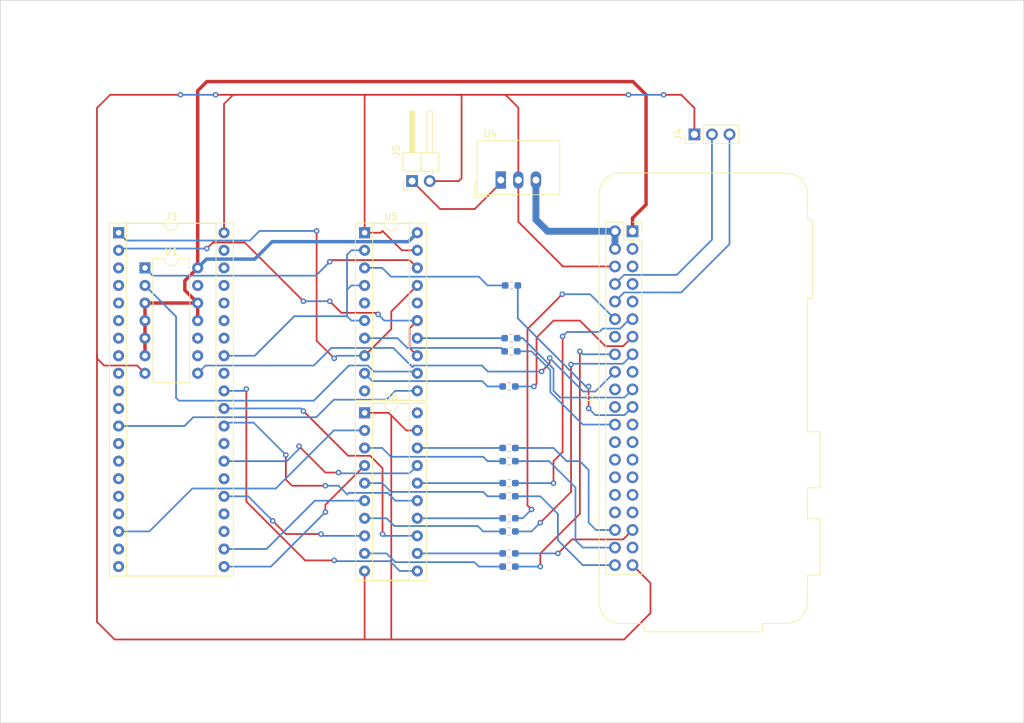
<source format=kicad_pcb>
(kicad_pcb (version 20221018) (generator pcbnew)
  (title_block (title "HD-Speccys") (date "2023-05-15") (rev "1A") (company "RA Sewell"))
  (layers (0 "F.Cu" signal) (31 "B.Cu" signal) (34 "B.Paste" user) (35 "F.Paste" user) (36 "B.SilkS" user "B.Silkscreen") (37 "F.SilkS" user "F.Silkscreen") (38 "B.Mask" user) (39 "F.Mask" user) (44 "Edge.Cuts" user))
  (net 0 "")
  (net 1 "VDDA")
  (net 2 "VDD")
  (net 5 "GND")
  (net 7 "Net-(J1-SD6_(TXD0))")
  (net 8 "Net-(J1-SD7_(RXD0))")
  (net 9 "Net-(J1-SD9)")
  (net 10 "Net-(J1-SD10)")
  (net 11 "Net-(J1-GPIO27)")
  (net 12 "Net-(J1-SD14)")
  (net 13 "Net-(J1-SD15)")
  (net 14 "Net-(J1-SD16_(DREQ))")
  (net 15 "Net-(J1-SD2)")
  (net 16 "Net-(J1-SD1)")
  (net 19 "Net-(J1-SD0)")
  (net 26 "Net-(J1-SD11)")
  (net 27 "Net-(J1-SD8)")
  (net 28 "Net-(J1-SD12)")
  (net 29 "Net-(J1-SD13)")
  (net 30 "Net-(J5-VCC)")
  (net 33 "Net-(U5-1Y2)")
  (net 34 "Net-(U5-2Y0)")
  (net 35 "Net-(U5-2Y2)")
  (net 36 "Net-(U5-2Y3)")
  (net 37 "Net-(U6-1Y0)")
  (net 38 "Net-(U6-1Y1)")
  (net 39 "Net-(U6-1Y2)")
  (net 40 "Net-(U6-1Y3)")
  (net 41 "Net-(U6-2Y0)")
  (net 42 "Net-(U6-2Y1)")
  (net 43 "Net-(U6-2Y2)")
  (net 44 "Net-(U6-2Y3)")
  (net 45 "Net-(U5-1Y0)")
  (net 46 "Net-(U5-1Y3)")
  (net 49 "Net-(J3-{slash}CAS)")
  (net 50 "Net-(J3-{slash}WR)")
  (net 60 "Net-(J3-{slash}INT)")
  (net 66 "Net-(J3-D0)")
  (net 69 "Net-(J3-D1)")
  (net 70 "Net-(J3-D2)")
  (net 73 "Net-(J3-D3)")
  (net 75 "Net-(J3-D4)")
  (net 77 "Net-(J3-D5)")
  (net 78 "Net-(J3-D6)")
  (net 79 "Net-(J3-D7)")
  (net 81 "Net-(J3-{slash}IOREQ)")
  (footprint "Package_DIP:DIP-20_W7.62mm_Socket" (layer "F.Cu") (at 112.9825 114.5575)
    (fp_text reference "U6")
    (fp_text value "74HC244")
  )
  (footprint "Connector_PinHeader_2.54mm:PinHeader_1x02_P2.54mm_Horizontal" (layer "F.Cu") (at 119.855 81.055 90)
    (fp_text reference "J5")
    (fp_text value "POWER 9-20VDC")
  )
  (footprint "Module:Raspberry_Pi_Zero_Socketed_THT_FaceDown_MountingHoles" (layer "F.Cu") (at 151.7175 88.3125)
    (fp_text reference "J1")
    (fp_text value "PI_ZERO_2x20")
  )
  (footprint "Package_DIP:DIP-40_W15.24mm_Socket" (layer "F.Cu") (at 77.4225 88.5225)
    (fp_text reference "J3")
    (fp_text value "ULA_SOCKET_02x20")
  )
  (footprint "Converter_DCDC:Converter_DCDC_TRACO_TSR-1_THT" (layer "F.Cu") (at 132.6675 80.9025)
    (fp_text reference "U4")
    (fp_text value "TSR_1-2450")
  )
  (footprint "Package_DIP:DIP-20_W7.62mm_Socket" (layer "F.Cu") (at 112.9825 88.5225)
    (fp_text reference "U5")
    (fp_text value "74HC244")
  )
  (footprint "Package_DIP:DIP-14_W7.62mm" (layer "F.Cu") (at 81.2325 93.6025)
    (fp_text reference "U1")
    (fp_text value "74LS30")
  )
  (footprint "Connector_PinHeader_2.54mm:PinHeader_1x03_P2.54mm_Vertical" (layer "F.Cu") (at 160.655 74.295 90)
    (fp_text reference "J4")
    (fp_text value "Conn_01x03_Pin")
  )
  (footprint "Resistor_SMD:R_0603_1608Metric_Pad0.98x0.95mm_HandSolder" (layer "B.Cu") (at 133.8575 129.7975 180)
    (fp_text reference "R11" hide)
    (fp_text value "R" hide)
  )
  (footprint "Resistor_SMD:R_0603_1608Metric_Pad0.98x0.95mm_HandSolder" (layer "B.Cu") (at 134.135 103.7625 180)
    (fp_text reference "R4" hide)
    (fp_text value "R" hide)
  )
  (footprint "Resistor_SMD:R_0603_1608Metric_Pad0.98x0.95mm_HandSolder" (layer "B.Cu") (at 133.8575 136.7825 180)
    (fp_text reference "R16" hide)
    (fp_text value "R" hide)
  )
  (footprint "Resistor_SMD:R_0603_1608Metric_Pad0.98x0.95mm_HandSolder" (layer "B.Cu") (at 133.8575 121.5425 180)
    (fp_text reference "R13" hide)
    (fp_text value "R" hide)
  )
  (footprint "Resistor_SMD:R_0603_1608Metric_Pad0.98x0.95mm_HandSolder" (layer "B.Cu") (at 133.8575 124.7175 180)
    (fp_text reference "R10" hide)
    (fp_text value "R" hide)
  )
  (footprint "Resistor_SMD:R_0603_1608Metric_Pad0.98x0.95mm_HandSolder" (layer "B.Cu") (at 133.8575 134.8775 180)
    (fp_text reference "R12" hide)
    (fp_text value "R" hide)
  )
  (footprint "Resistor_SMD:R_0603_1608Metric_Pad0.98x0.95mm_HandSolder" (layer "B.Cu") (at 133.8575 110.7475 180)
    (fp_text reference "R8" hide)
    (fp_text value "R" hide)
  )
  (footprint "Resistor_SMD:R_0603_1608Metric_Pad0.98x0.95mm_HandSolder" (layer "B.Cu") (at 133.8575 119.6375 180)
    (fp_text reference "R9" hide)
    (fp_text value "R" hide)
  )
  (footprint "Resistor_SMD:R_0603_1608Metric_Pad0.98x0.95mm_HandSolder" (layer "B.Cu") (at 134.215 96.1425 180)
    (fp_text reference "R6" hide)
    (fp_text value "R" hide)
  )
  (footprint "Resistor_SMD:R_0603_1608Metric_Pad0.98x0.95mm_HandSolder" (layer "B.Cu") (at 133.8575 126.6225 180)
    (fp_text reference "R14" hide)
    (fp_text value "R" hide)
  )
  (footprint "Resistor_SMD:R_0603_1608Metric_Pad0.98x0.95mm_HandSolder" (layer "B.Cu") (at 133.8575 131.7025 180)
    (fp_text reference "R15" hide)
    (fp_text value "R" hide)
  )
  (footprint "Resistor_SMD:R_0603_1608Metric_Pad0.98x0.95mm_HandSolder" (layer "B.Cu") (at 134.135 105.6675 180)
    (fp_text reference "R7" hide)
    (fp_text value "R" hide)
  )
  (gr_poly (pts (xy 60.325 159.385) (xy 60.325 85.4075) (xy 60.325 54.9275) (xy 135.5725 54.9275) (xy 208.28 54.9275) (xy 208.28 92.71) (xy 208.28 120.015) (xy 208.28 136.525) (xy 208.28 159.385) (xy 155.2575 159.385) (xy 128.5875 159.385)) (stroke (width 0.1)) (fill none) (layer "Edge.Cuts"))
  (segment (start 90.17 66.675) (end 88.8525 67.9925) (width 0.5) (layer "F.Cu") (net 1))
  (segment (start 88.8525 67.9925) (end 88.8525 93.6025) (width 0.5) (layer "F.Cu") (net 1))
  (segment (start 151.765 66.675) (end 90.17 66.675) (width 0.5) (layer "F.Cu") (net 1))
  (segment (start 88.8525 98.6825) (end 88.8525 101.2225) (width 0.5) (layer "F.Cu") (net 1))
  (segment (start 153.67 68.58) (end 151.765 66.675) (width 0.5) (layer "F.Cu") (net 1))
  (segment (start 151.7175 86.4075) (end 153.67 84.455) (width 0.5) (layer "F.Cu") (net 1))
  (segment (start 81.2325 98.6825) (end 88.8525 98.6825) (width 0.5) (layer "F.Cu") (net 1))
  (segment (start 151.7175 88.3125) (end 151.7175 86.4075) (width 0.5) (layer "F.Cu") (net 1))
  (segment (start 153.67 84.455) (end 153.67 68.58) (width 0.5) (layer "F.Cu") (net 1))
  (segment (start 86.995 95.46) (end 88.8525 93.6025) (width 0.5) (layer "F.Cu") (net 1))
  (segment (start 88.8525 98.6825) (end 86.995 96.825) (width 0.5) (layer "F.Cu") (net 1))
  (segment (start 81.2325 106.3025) (end 81.2325 98.6825) (width 0.5) (layer "F.Cu") (net 1))
  (segment (start 86.995 96.825) (end 86.995 95.46) (width 0.5) (layer "F.Cu") (net 1))
  (segment (start 88.8525 93.6025) (end 90.1225 92.3325) (width 0.5) (layer "B.Cu") (net 1))
  (segment (start 97.1075 92.3325) (end 99.6275 89.8125) (width 0.5) (layer "B.Cu") (net 1))
  (segment (start 90.1225 92.3325) (end 97.1075 92.3325) (width 0.5) (layer "B.Cu") (net 1))
  (segment (start 119.3125 89.8125) (end 120.6025 88.5225) (width 0.5) (layer "B.Cu") (net 1))
  (segment (start 99.6275 89.8125) (end 119.3125 89.8125) (width 0.5) (layer "B.Cu") (net 1))
  (segment (start 149.1775 88.3125) (end 139.4425 88.3125) (width 1) (layer "B.Cu") (net 2))
  (segment (start 149.1775 90.8525) (end 149.1775 88.3125) (width 1) (layer "B.Cu") (net 2))
  (segment (start 139.4425 88.3125) (end 137.7475 86.6175) (width 1) (layer "B.Cu") (net 2))
  (segment (start 137.7475 86.6175) (end 137.7475 80.9025) (width 1) (layer "B.Cu") (net 2))
  (segment (start 141.6525 93.3925) (end 149.1775 93.3925) (width 0.25) (layer "F.Cu") (net 5))
  (segment (start 135.2075 80.9025) (end 135.2075 70.4375) (width 0.25) (layer "F.Cu") (net 5))
  (segment (start 76.2 68.58) (end 86.36 68.58) (width 0.25) (layer "F.Cu") (net 5))
  (segment (start 115.57 88.265) (end 115.3125 88.5225) (width 0.25) (layer "F.Cu") (net 5))
  (segment (start 112.9825 114.5575) (end 116.4625 114.5575) (width 0.25) (layer "F.Cu") (net 5))
  (segment (start 81.2325 108.8425) (end 80.1075 107.7175) (width 0.25) (layer "F.Cu") (net 5))
  (segment (start 135.2075 80.9025) (end 135.2075 86.9475) (width 0.25) (layer "F.Cu") (net 5))
  (segment (start 154.305 143.51) (end 154.305 139.16) (width 0.25) (layer "F.Cu") (net 5))
  (segment (start 160.655 70.485) (end 160.655 74.295) (width 0.25) (layer "F.Cu") (net 5))
  (segment (start 118.3675 91.0625) (end 115.57 88.265) (width 0.25) (layer "F.Cu") (net 5))
  (segment (start 75.3325 107.7175) (end 74.295 106.68) (width 0.25) (layer "F.Cu") (net 5))
  (segment (start 122.395 81.055) (end 126.59 81.055) (width 0.25) (layer "F.Cu") (net 5))
  (segment (start 150.495 147.32) (end 154.305 143.51) (width 0.25) (layer "F.Cu") (net 5))
  (segment (start 127 80.645) (end 127 68.58) (width 0.25) (layer "F.Cu") (net 5))
  (segment (start 80.1075 107.7175) (end 75.3325 107.7175) (width 0.25) (layer "F.Cu") (net 5))
  (segment (start 116.84 147.32) (end 150.495 147.32) (width 0.25) (layer "F.Cu") (net 5))
  (segment (start 113.03 147.32) (end 116.84 147.32) (width 0.25) (layer "F.Cu") (net 5))
  (segment (start 93.98 68.58) (end 92.6625 69.8975) (width 0.25) (layer "F.Cu") (net 5))
  (segment (start 112.9825 147.2725) (end 113.03 147.32) (width 0.25) (layer "F.Cu") (net 5))
  (segment (start 135.2075 70.4375) (end 133.35 68.58) (width 0.25) (layer "F.Cu") (net 5))
  (segment (start 94.615 68.58) (end 93.98 68.58) (width 0.25) (layer "F.Cu") (net 5))
  (segment (start 74.295 106.045) (end 74.295 144.78) (width 0.25) (layer "F.Cu") (net 5))
  (segment (start 119.0025 117.0975) (end 120.6025 117.0975) (width 0.25) (layer "F.Cu") (net 5))
  (segment (start 154.305 139.16) (end 151.7175 136.5725) (width 0.25) (layer "F.Cu") (net 5))
  (segment (start 116.84 147.32) (end 116.84 114.935) (width 0.25) (layer "F.Cu") (net 5))
  (segment (start 112.9825 88.5225) (end 112.9825 68.6275) (width 0.25) (layer "F.Cu") (net 5))
  (segment (start 116.84 114.935) (end 119.0025 117.0975) (width 0.25) (layer "F.Cu") (net 5))
  (segment (start 113.03 68.58) (end 94.615 68.58) (width 0.25) (layer "F.Cu") (net 5))
  (segment (start 158.75 68.58) (end 160.655 70.485) (width 0.25) (layer "F.Cu") (net 5))
  (segment (start 74.295 106.045) (end 74.295 70.485) (width 0.25) (layer "F.Cu") (net 5))
  (segment (start 156.21 68.58) (end 158.75 68.58) (width 0.25) (layer "F.Cu") (net 5))
  (segment (start 127 68.58) (end 126.365 68.58) (width 0.25) (layer "F.Cu") (net 5))
  (segment (start 133.35 68.58) (end 126.365 68.58) (width 0.25) (layer "F.Cu") (net 5))
  (segment (start 92.6625 69.8975) (end 92.6625 88.5225) (width 0.25) (layer "F.Cu") (net 5))
  (segment (start 76.835 147.32) (end 113.03 147.32) (width 0.25) (layer "F.Cu") (net 5))
  (segment (start 112.9825 137.4175) (end 112.9825 147.2725) (width 0.25) (layer "F.Cu") (net 5))
  (segment (start 126.59 81.055) (end 127 80.645) (width 0.25) (layer "F.Cu") (net 5))
  (segment (start 74.295 70.485) (end 76.2 68.58) (width 0.25) (layer "F.Cu") (net 5))
  (segment (start 115.3125 88.5225) (end 112.9825 88.5225) (width 0.25) (layer "F.Cu") (net 5))
  (segment (start 135.2075 86.9475) (end 141.6525 93.3925) (width 0.25) (layer "F.Cu") (net 5))
  (segment (start 133.35 68.58) (end 151.13 68.58) (width 0.25) (layer "F.Cu") (net 5))
  (segment (start 112.9825 68.6275) (end 113.03 68.58) (width 0.25) (layer "F.Cu") (net 5))
  (segment (start 120.6025 91.0625) (end 118.3675 91.0625) (width 0.25) (layer "F.Cu") (net 5))
  (segment (start 126.365 68.58) (end 113.03 68.58) (width 0.25) (layer "F.Cu") (net 5))
  (segment (start 74.295 106.68) (end 74.295 106.045) (width 0.25) (layer "F.Cu") (net 5))
  (segment (start 74.295 144.78) (end 76.835 147.32) (width 0.25) (layer "F.Cu") (net 5))
  (segment (start 91.44 68.58) (end 94.615 68.58) (width 0.25) (layer "F.Cu") (net 5))
  (segment (start 116.4625 114.5575) (end 116.84 114.935) (width 0.25) (layer "F.Cu") (net 5))
  (via (at 91.44 68.58) (size 0.8) (drill 0.4) (layers "F.Cu" "B.Cu") (net 5))
  (via (at 86.36 68.58) (size 0.8) (drill 0.4) (layers "F.Cu" "B.Cu") (net 5))
  (via (at 156.21 68.58) (size 0.8) (drill 0.4) (layers "F.Cu" "B.Cu") (net 5))
  (via (at 151.13 68.58) (size 0.8) (drill 0.4) (layers "F.Cu" "B.Cu") (net 5))
  (segment (start 151.13 68.58) (end 156.21 68.58) (width 0.25) (layer "B.Cu") (net 5))
  (segment (start 86.36 68.58) (end 91.44 68.58) (width 0.25) (layer "B.Cu") (net 5))
  (segment (start 163.195 74.295) (end 163.195 89.535) (width 0.25) (layer "B.Cu") (net 7))
  (segment (start 163.195 89.535) (end 158.115 94.615) (width 0.25) (layer "B.Cu") (net 7))
  (segment (start 150.495 94.615) (end 149.1775 95.9325) (width 0.25) (layer "B.Cu") (net 7))
  (segment (start 158.115 94.615) (end 150.495 94.615) (width 0.25) (layer "B.Cu") (net 7))
  (segment (start 165.735 90.17) (end 158.75 97.155) (width 0.25) (layer "B.Cu") (net 8))
  (segment (start 165.735 74.295) (end 165.735 90.17) (width 0.25) (layer "B.Cu") (net 8))
  (segment (start 150.495 97.155) (end 149.1775 98.4725) (width 0.25) (layer "B.Cu") (net 8))
  (segment (start 158.75 97.155) (end 150.495 97.155) (width 0.25) (layer "B.Cu") (net 8))
  (segment (start 141.605 103.505) (end 141.605 120.225) (width 0.25) (layer "F.Cu") (net 9))
  (segment (start 141.605 120.225) (end 140.2875 121.5425) (width 0.25) (layer "F.Cu") (net 9))
  (segment (start 140.2875 121.5425) (end 140.2875 124.7175) (width 0.25) (layer "F.Cu") (net 9))
  (via (at 141.605 103.505) (size 0.8) (drill 0.4) (layers "F.Cu" "B.Cu") (net 9))
  (via (at 140.2875 124.7175) (size 0.8) (drill 0.4) (layers "F.Cu" "B.Cu") (net 9))
  (segment (start 149.9275 102.3775) (end 151.2925 101.0125) (width 0.25) (layer "B.Cu") (net 9))
  (segment (start 151.2925 101.0125) (end 151.7175 101.0125) (width 0.25) (layer "B.Cu") (net 9))
  (segment (start 141.605 103.505) (end 142.24 102.87) (width 0.25) (layer "B.Cu") (net 9))
  (segment (start 147.3875 102.3775) (end 149.9275 102.3775) (width 0.25) (layer "B.Cu") (net 9))
  (segment (start 142.24 102.87) (end 146.895 102.87) (width 0.25) (layer "B.Cu") (net 9))
  (segment (start 146.895 102.87) (end 147.3875 102.3775) (width 0.25) (layer "B.Cu") (net 9))
  (segment (start 134.77 124.7175) (end 140.2875 124.7175) (width 0.25) (layer "B.Cu") (net 9))
  (segment (start 136.525 102.445) (end 141.5575 97.4125) (width 0.25) (layer "F.Cu") (net 10))
  (segment (start 136.525 127.94) (end 136.525 102.445) (width 0.25) (layer "F.Cu") (net 10))
  (segment (start 137.1125 128.5275) (end 136.525 127.94) (width 0.25) (layer "F.Cu") (net 10))
  (via (at 137.1125 128.5275) (size 0.8) (drill 0.4) (layers "F.Cu" "B.Cu") (net 10))
  (via (at 141.5575 97.4125) (size 0.8) (drill 0.4) (layers "F.Cu" "B.Cu") (net 10))
  (segment (start 141.5575 97.4125) (end 145.5775 97.4125) (width 0.25) (layer "B.Cu") (net 10))
  (segment (start 145.5775 97.4125) (end 149.1775 101.0125) (width 0.25) (layer "B.Cu") (net 10))
  (segment (start 135.8425 129.7975) (end 137.1125 128.5275) (width 0.25) (layer "B.Cu") (net 10))
  (segment (start 134.77 129.7975) (end 135.8425 129.7975) (width 0.25) (layer "B.Cu") (net 10))
  (segment (start 144.0975 101.2225) (end 147.7925 104.9175) (width 0.25) (layer "F.Cu") (net 11))
  (segment (start 150.3525 104.9175) (end 151.7175 103.5525) (width 0.25) (layer "F.Cu") (net 11))
  (segment (start 137.4595 110.7475) (end 137.837 110.37) (width 0.25) (layer "F.Cu") (net 11))
  (segment (start 140.2875 101.2225) (end 144.0975 101.2225) (width 0.25) (layer "F.Cu") (net 11))
  (segment (start 137.837 103.673) (end 140.2875 101.2225) (width 0.25) (layer "F.Cu") (net 11))
  (segment (start 137.837 110.37) (end 137.837 103.673) (width 0.25) (layer "F.Cu") (net 11))
  (segment (start 147.7925 104.9175) (end 150.3525 104.9175) (width 0.25) (layer "F.Cu") (net 11))
  (via (at 137.4595 110.7475) (size 0.8) (drill 0.4) (layers "F.Cu" "B.Cu") (net 11))
  (segment (start 137.4595 110.7475) (end 134.77 110.7475) (width 0.25) (layer "B.Cu") (net 11))
  (segment (start 142.8275 107.5725) (end 142.8275 125.9875) (width 0.25) (layer "F.Cu") (net 12))
  (segment (start 142.8275 125.9875) (end 138.3825 130.4325) (width 0.25) (layer "F.Cu") (net 12))
  (via (at 138.3825 130.4325) (size 0.8) (drill 0.4) (layers "F.Cu" "B.Cu") (net 12))
  (via (at 142.8275 107.5725) (size 0.8) (drill 0.4) (layers "F.Cu" "B.Cu") (net 12))
  (segment (start 137.1125 131.7025) (end 138.3825 130.4325) (width 0.25) (layer "B.Cu") (net 12))
  (segment (start 150.3525 107.4575) (end 151.7175 106.0925) (width 0.25) (layer "B.Cu") (net 12))
  (segment (start 142.9425 107.4575) (end 150.3525 107.4575) (width 0.25) (layer "B.Cu") (net 12))
  (segment (start 142.8275 107.5725) (end 142.9425 107.4575) (width 0.25) (layer "B.Cu") (net 12))
  (segment (start 134.77 131.7025) (end 137.1125 131.7025) (width 0.25) (layer "B.Cu") (net 12))
  (segment (start 138.3825 136.7825) (end 138.3825 134.8775) (width 0.25) (layer "F.Cu") (net 13))
  (segment (start 138.3825 134.8775) (end 144.0975 129.1625) (width 0.25) (layer "F.Cu") (net 13))
  (segment (start 144.0975 129.1625) (end 144.0975 105.6675) (width 0.25) (layer "F.Cu") (net 13))
  (via (at 138.3825 136.7825) (size 0.8) (drill 0.4) (layers "F.Cu" "B.Cu") (net 13))
  (via (at 144.0975 105.6675) (size 0.8) (drill 0.4) (layers "F.Cu" "B.Cu") (net 13))
  (segment (start 144.5225 106.0925) (end 149.1775 106.0925) (width 0.25) (layer "B.Cu") (net 13))
  (segment (start 144.0975 105.6675) (end 144.5225 106.0925) (width 0.25) (layer "B.Cu") (net 13))
  (segment (start 134.77 136.7825) (end 138.3825 136.7825) (width 0.25) (layer "B.Cu") (net 13))
  (segment (start 138.5615 108.585) (end 139.742997 107.403503) (width 0.25) (layer "F.Cu") (net 14))
  (segment (start 139.742997 107.403503) (end 139.742997 106.637003) (width 0.25) (layer "F.Cu") (net 14))
  (via (at 139.742997 106.637003) (size 0.8) (drill 0.4) (layers "F.Cu" "B.Cu") (net 14))
  (via (at 138.5615 108.585) (size 0.8) (drill 0.4) (layers "F.Cu" "B.Cu") (net 14))
  (segment (start 117.131509 105.1775) (end 108.1825 105.1775) (width 0.25) (layer "B.Cu") (net 14))
  (segment (start 146.3375 111.4725) (end 149.1775 108.6325) (width 0.25) (layer "B.Cu") (net 14))
  (segment (start 144.578494 111.4725) (end 146.3375 111.4725) (width 0.25) (layer "B.Cu") (net 14))
  (segment (start 105.6425 107.7175) (end 89.9775 107.7175) (width 0.25) (layer "B.Cu") (net 14))
  (segment (start 138.5615 108.585) (end 130.81 108.585) (width 0.25) (layer "B.Cu") (net 14))
  (segment (start 108.1825 105.1775) (end 105.6425 107.7175) (width 0.25) (layer "B.Cu") (net 14))
  (segment (start 139.742997 106.637003) (end 144.578494 111.4725) (width 0.25) (layer "B.Cu") (net 14))
  (segment (start 120.136509 107.7175) (end 119.904009 107.95) (width 0.25) (layer "B.Cu") (net 14))
  (segment (start 129.9425 107.7175) (end 120.136509 107.7175) (width 0.25) (layer "B.Cu") (net 14))
  (segment (start 119.904009 107.95) (end 117.131509 105.1775) (width 0.25) (layer "B.Cu") (net 14))
  (segment (start 130.81 108.585) (end 129.9425 107.7175) (width 0.25) (layer "B.Cu") (net 14))
  (segment (start 89.9775 107.7175) (end 88.8525 108.8425) (width 0.25) (layer "B.Cu") (net 14))
  (segment (start 135.0475 103.7625) (end 135.843896 103.7625) (width 0.25) (layer "B.Cu") (net 15))
  (segment (start 140.2875 108.206104) (end 140.2875 111.3825) (width 0.25) (layer "B.Cu") (net 15))
  (segment (start 141.2525 112.3475) (end 150.5425 112.3475) (width 0.25) (layer "B.Cu") (net 15))
  (segment (start 135.843896 103.7625) (end 140.2875 108.206104) (width 0.25) (layer "B.Cu") (net 15))
  (segment (start 140.2875 111.3825) (end 141.2525 112.3475) (width 0.25) (layer "B.Cu") (net 15))
  (segment (start 150.5425 112.3475) (end 151.7175 111.1725) (width 0.25) (layer "B.Cu") (net 15))
  (segment (start 145.3675 110.7475) (end 145.3675 113.9225) (width 0.25) (layer "F.Cu") (net 16))
  (via (at 145.3675 110.7475) (size 0.8) (drill 0.4) (layers "F.Cu" "B.Cu") (net 16))
  (via (at 145.3675 113.9225) (size 0.8) (drill 0.4) (layers "F.Cu" "B.Cu") (net 16))
  (segment (start 135.1275 96.1425) (end 135.1275 100.897805) (width 0.25) (layer "B.Cu") (net 16))
  (segment (start 144.977195 110.7475) (end 145.3675 110.7475) (width 0.25) (layer "B.Cu") (net 16))
  (segment (start 145.3675 113.9225) (end 146.3325 114.8875) (width 0.25) (layer "B.Cu") (net 16))
  (segment (start 150.5425 114.8875) (end 151.7175 113.7125) (width 0.25) (layer "B.Cu") (net 16))
  (segment (start 135.1275 100.897805) (end 144.977195 110.7475) (width 0.25) (layer "B.Cu") (net 16))
  (segment (start 146.3325 114.8875) (end 150.5425 114.8875) (width 0.25) (layer "B.Cu") (net 16))
  (segment (start 137.1125 105.6675) (end 139.8375 108.3925) (width 0.25) (layer "B.Cu") (net 19))
  (segment (start 135.0475 105.6675) (end 137.1125 105.6675) (width 0.25) (layer "B.Cu") (net 19))
  (segment (start 144.521104 116.2525) (end 149.1775 116.2525) (width 0.25) (layer "B.Cu") (net 19))
  (segment (start 139.8375 108.3925) (end 139.8375 111.568896) (width 0.25) (layer "B.Cu") (net 19))
  (segment (start 139.8375 111.568896) (end 144.521104 116.2525) (width 0.25) (layer "B.Cu") (net 19))
  (segment (start 140.9225 134.8775) (end 142.9425 132.8575) (width 0.25) (layer "F.Cu") (net 26))
  (segment (start 150.3525 132.8575) (end 151.7175 131.4925) (width 0.25) (layer "F.Cu") (net 26))
  (segment (start 142.9425 132.8575) (end 150.3525 132.8575) (width 0.25) (layer "F.Cu") (net 26))
  (via (at 140.9225 134.8775) (size 0.8) (drill 0.4) (layers "F.Cu" "B.Cu") (net 26))
  (segment (start 134.77 134.8775) (end 140.9225 134.8775) (width 0.25) (layer "B.Cu") (net 26))
  (segment (start 142.1925 121.5425) (end 144.0975 121.5425) (width 0.25) (layer "B.Cu") (net 27))
  (segment (start 144.0975 121.5425) (end 145.3675 122.8125) (width 0.25) (layer "B.Cu") (net 27))
  (segment (start 134.77 119.6375) (end 140.2875 119.6375) (width 0.25) (layer "B.Cu") (net 27))
  (segment (start 140.2875 119.6375) (end 142.1925 121.5425) (width 0.25) (layer "B.Cu") (net 27))
  (segment (start 146.4275 131.4925) (end 149.1775 131.4925) (width 0.25) (layer "B.Cu") (net 27))
  (segment (start 145.3675 122.8125) (end 145.3675 130.4325) (width 0.25) (layer "B.Cu") (net 27))
  (segment (start 145.3675 130.4325) (end 146.4275 131.4925) (width 0.25) (layer "B.Cu") (net 27))
  (segment (start 139.6525 121.5425) (end 143.4625 125.3525) (width 0.25) (layer "B.Cu") (net 28))
  (segment (start 143.4625 132.9725) (end 144.5225 134.0325) (width 0.25) (layer "B.Cu") (net 28))
  (segment (start 143.4625 125.3525) (end 143.4625 132.9725) (width 0.25) (layer "B.Cu") (net 28))
  (segment (start 144.5225 134.0325) (end 149.1775 134.0325) (width 0.25) (layer "B.Cu") (net 28))
  (segment (start 134.77 121.5425) (end 139.6525 121.5425) (width 0.25) (layer "B.Cu") (net 28))
  (segment (start 138.3825 126.6225) (end 140.9225 129.1625) (width 0.25) (layer "B.Cu") (net 29))
  (segment (start 140.9225 129.1625) (end 140.9225 132.9725) (width 0.25) (layer "B.Cu") (net 29))
  (segment (start 144.5225 136.5725) (end 149.1775 136.5725) (width 0.25) (layer "B.Cu") (net 29))
  (segment (start 140.9225 132.9725) (end 144.5225 136.5725) (width 0.25) (layer "B.Cu") (net 29))
  (segment (start 134.77 126.6225) (end 138.3825 126.6225) (width 0.25) (layer "B.Cu") (net 29))
  (segment (start 132.6675 81.3275) (end 128.905 85.09) (width 0.25) (layer "F.Cu") (net 30))
  (segment (start 123.89 85.09) (end 119.855 81.055) (width 0.25) (layer "F.Cu") (net 30))
  (segment (start 132.6675 80.9025) (end 132.6675 81.3275) (width 0.25) (layer "F.Cu") (net 30))
  (segment (start 128.905 85.09) (end 123.89 85.09) (width 0.25) (layer "F.Cu") (net 30))
  (segment (start 120.6025 103.7625) (end 133.2225 103.7625) (width 0.25) (layer "B.Cu") (net 33))
  (segment (start 129.4925 94.8725) (end 130.7625 96.1425) (width 0.25) (layer "B.Cu") (net 34))
  (segment (start 116.7925 94.8725) (end 129.4925 94.8725) (width 0.25) (layer "B.Cu") (net 34))
  (segment (start 130.7625 96.1425) (end 133.3025 96.1425) (width 0.25) (layer "B.Cu") (net 34))
  (segment (start 112.9825 93.6025) (end 115.5225 93.6025) (width 0.25) (layer "B.Cu") (net 34))
  (segment (start 115.5225 93.6025) (end 116.7925 94.8725) (width 0.25) (layer "B.Cu") (net 34))
  (segment (start 133.2225 105.6675) (end 132.7325 105.1775) (width 0.25) (layer "B.Cu") (net 35))
  (segment (start 132.7325 105.1775) (end 119.1475 105.1775) (width 0.25) (layer "B.Cu") (net 35))
  (segment (start 119.1475 105.1775) (end 117.7325 103.7625) (width 0.25) (layer "B.Cu") (net 35))
  (segment (start 117.7325 103.7625) (end 112.9825 103.7625) (width 0.25) (layer "B.Cu") (net 35))
  (segment (start 132.945 110.7475) (end 130.7625 110.7475) (width 0.25) (layer "B.Cu") (net 36))
  (segment (start 114.1075 109.9675) (end 112.9825 108.8425) (width 0.25) (layer "B.Cu") (net 36))
  (segment (start 130.7625 110.7475) (end 129.9825 109.9675) (width 0.25) (layer "B.Cu") (net 36))
  (segment (start 129.9825 109.9675) (end 114.1075 109.9675) (width 0.25) (layer "B.Cu") (net 36))
  (segment (start 120.6025 119.6375) (end 132.945 119.6375) (width 0.25) (layer "B.Cu") (net 37))
  (segment (start 120.6025 124.7175) (end 132.945 124.7175) (width 0.25) (layer "B.Cu") (net 38))
  (segment (start 120.6025 129.7975) (end 132.945 129.7975) (width 0.25) (layer "B.Cu") (net 39))
  (segment (start 120.6025 134.8775) (end 132.945 134.8775) (width 0.25) (layer "B.Cu") (net 40))
  (segment (start 130.7625 121.5425) (end 132.945 121.5425) (width 0.25) (layer "B.Cu") (net 41))
  (segment (start 115.5225 119.6375) (end 116.7925 120.9075) (width 0.25) (layer "B.Cu") (net 41))
  (segment (start 130.1275 120.9075) (end 130.7625 121.5425) (width 0.25) (layer "B.Cu") (net 41))
  (segment (start 116.7925 120.9075) (end 130.1275 120.9075) (width 0.25) (layer "B.Cu") (net 41))
  (segment (start 112.9825 119.6375) (end 115.5225 119.6375) (width 0.25) (layer "B.Cu") (net 41))
  (segment (start 116.7925 125.9875) (end 130.1275 125.9875) (width 0.25) (layer "B.Cu") (net 42))
  (segment (start 112.9825 124.7175) (end 115.5225 124.7175) (width 0.25) (layer "B.Cu") (net 42))
  (segment (start 130.1275 125.9875) (end 130.7625 126.6225) (width 0.25) (layer "B.Cu") (net 42))
  (segment (start 130.7625 126.6225) (end 132.945 126.6225) (width 0.25) (layer "B.Cu") (net 42))
  (segment (start 115.5225 124.7175) (end 116.7925 125.9875) (width 0.25) (layer "B.Cu") (net 42))
  (segment (start 117.2825 130.9225) (end 129.3475 130.9225) (width 0.25) (layer "B.Cu") (net 43))
  (segment (start 112.9825 129.7975) (end 116.1575 129.7975) (width 0.25) (layer "B.Cu") (net 43))
  (segment (start 130.1275 131.7025) (end 132.945 131.7025) (width 0.25) (layer "B.Cu") (net 43))
  (segment (start 116.1575 129.7975) (end 117.2825 130.9225) (width 0.25) (layer "B.Cu") (net 43))
  (segment (start 129.3475 130.9225) (end 130.1275 131.7025) (width 0.25) (layer "B.Cu") (net 43))
  (segment (start 116.1575 134.8775) (end 117.4275 136.1475) (width 0.25) (layer "B.Cu") (net 44))
  (segment (start 128.8575 136.1475) (end 129.4925 136.7825) (width 0.25) (layer "B.Cu") (net 44))
  (segment (start 112.9825 134.8775) (end 116.1575 134.8775) (width 0.25) (layer "B.Cu") (net 44))
  (segment (start 129.4925 136.7825) (end 132.945 136.7825) (width 0.25) (layer "B.Cu") (net 44))
  (segment (start 117.4275 136.1475) (end 128.8575 136.1475) (width 0.25) (layer "B.Cu") (net 44))
  (segment (start 119.4775 92.4775) (end 120.6025 93.6025) (width 0.25) (layer "F.Cu") (net 45))
  (segment (start 107.95 92.71) (end 108.1825 92.4775) (width 0.25) (layer "F.Cu") (net 45))
  (segment (start 108.1825 92.4775) (end 119.4775 92.4775) (width 0.25) (layer "F.Cu") (net 45))
  (via (at 107.95 92.71) (size 0.8) (drill 0.4) (layers "F.Cu" "B.Cu") (net 45))
  (segment (start 82.3575 94.7275) (end 105.9325 94.7275) (width 0.25) (layer "B.Cu") (net 45))
  (segment (start 105.9325 94.7275) (end 107.95 92.71) (width 0.25) (layer "B.Cu") (net 45))
  (segment (start 81.2325 93.6025) (end 82.3575 94.7275) (width 0.25) (layer "B.Cu") (net 45))
  (segment (start 105.6425 112.7975) (end 110.7225 107.7175) (width 0.25) (layer "B.Cu") (net 46))
  (segment (start 81.2325 96.1425) (end 85.725 100.635) (width 0.25) (layer "B.Cu") (net 46))
  (segment (start 85.725 100.635) (end 85.725 112.395) (width 0.25) (layer "B.Cu") (net 46))
  (segment (start 114.315991 108.585) (end 120.345 108.585) (width 0.25) (layer "B.Cu") (net 46))
  (segment (start 113.448491 107.7175) (end 114.315991 108.585) (width 0.25) (layer "B.Cu") (net 46))
  (segment (start 85.725 112.395) (end 86.1275 112.7975) (width 0.25) (layer "B.Cu") (net 46))
  (segment (start 86.1275 112.7975) (end 105.6425 112.7975) (width 0.25) (layer "B.Cu") (net 46))
  (segment (start 110.7225 107.7175) (end 113.448491 107.7175) (width 0.25) (layer "B.Cu") (net 46))
  (segment (start 120.345 108.585) (end 120.6025 108.8425) (width 0.25) (layer "B.Cu") (net 46))
  (segment (start 106.045 88.265) (end 106.045 104.14) (width 0.25) (layer "F.Cu") (net 49))
  (segment (start 112.9825 106.3025) (end 116.84 102.445) (width 0.25) (layer "F.Cu") (net 49))
  (segment (start 106.045 104.14) (end 108.585 106.68) (width 0.25) (layer "F.Cu") (net 49))
  (segment (start 116.84 99.905) (end 120.6025 96.1425) (width 0.25) (layer "F.Cu") (net 49))
  (segment (start 116.84 102.445) (end 116.84 99.905) (width 0.25) (layer "F.Cu") (net 49))
  (via (at 108.585 106.68) (size 0.8) (drill 0.4) (layers "F.Cu" "B.Cu") (net 49))
  (via (at 106.045 88.265) (size 0.8) (drill 0.4) (layers "F.Cu" "B.Cu") (net 49))
  (segment (start 78.5475 89.6475) (end 96.4075 89.6475) (width 0.25) (layer "B.Cu") (net 49))
  (segment (start 108.585 106.68) (end 108.9625 106.3025) (width 0.25) (layer "B.Cu") (net 49))
  (segment (start 97.79 88.265) (end 106.045 88.265) (width 0.25) (layer "B.Cu") (net 49))
  (segment (start 108.9625 106.3025) (end 112.9825 106.3025) (width 0.25) (layer "B.Cu") (net 49))
  (segment (start 96.4075 89.6475) (end 97.79 88.265) (width 0.25) (layer "B.Cu") (net 49))
  (segment (start 77.4225 88.5225) (end 78.5475 89.6475) (width 0.25) (layer "B.Cu") (net 49))
  (segment (start 109.6225 100.0975) (end 114.7025 100.0975) (width 0.25) (layer "F.Cu") (net 50))
  (segment (start 107.95 98.425) (end 109.6225 100.0975) (width 0.25) (layer "F.Cu") (net 50))
  (segment (start 95.6525 89.9375) (end 104.14 98.425) (width 0.25) (layer "F.Cu") (net 50))
  (segment (start 90.17 90.805) (end 91.0375 89.9375) (width 0.25) (layer "F.Cu") (net 50))
  (segment (start 114.7025 100.0975) (end 114.935 100.33) (width 0.25) (layer "F.Cu") (net 50))
  (segment (start 119.4775 105.1775) (end 120.6025 106.3025) (width 0.25) (layer "F.Cu") (net 50))
  (segment (start 120.6025 101.2225) (end 119.4775 102.3475) (width 0.25) (layer "F.Cu") (net 50))
  (segment (start 91.0375 89.9375) (end 95.6525 89.9375) (width 0.25) (layer "F.Cu") (net 50))
  (segment (start 119.4775 102.3475) (end 119.4775 105.1775) (width 0.25) (layer "F.Cu") (net 50))
  (via (at 107.95 98.425) (size 0.8) (drill 0.4) (layers "F.Cu" "B.Cu") (net 50))
  (via (at 114.935 100.33) (size 0.8) (drill 0.4) (layers "F.Cu" "B.Cu") (net 50))
  (via (at 104.14 98.425) (size 0.8) (drill 0.4) (layers "F.Cu" "B.Cu") (net 50))
  (via (at 90.17 90.805) (size 0.8) (drill 0.4) (layers "F.Cu" "B.Cu") (net 50))
  (segment (start 77.165 90.805) (end 90.17 90.805) (width 0.25) (layer "B.Cu") (net 50))
  (segment (start 115.8275 101.2225) (end 120.6025 101.2225) (width 0.25) (layer "B.Cu") (net 50))
  (segment (start 114.935 100.33) (end 115.8275 101.2225) (width 0.25) (layer "B.Cu") (net 50))
  (segment (start 77.4225 91.0625) (end 77.165 90.805) (width 0.25) (layer "B.Cu") (net 50))
  (segment (start 104.14 98.425) (end 107.95 98.425) (width 0.25) (layer "B.Cu") (net 50))
  (segment (start 116.1575 112.6525) (end 117.4275 111.3825) (width 0.25) (layer "B.Cu") (net 60))
  (segment (start 86.9475 116.4625) (end 88.2175 115.1925) (width 0.25) (layer "B.Cu") (net 60))
  (segment (start 108.5375 112.6525) (end 116.1575 112.6525) (width 0.25) (layer "B.Cu") (net 60))
  (segment (start 117.4275 111.3825) (end 120.6025 111.3825) (width 0.25) (layer "B.Cu") (net 60))
  (segment (start 105.9975 115.1925) (end 108.5375 112.6525) (width 0.25) (layer "B.Cu") (net 60))
  (segment (start 77.4225 116.4625) (end 86.9475 116.4625) (width 0.25) (layer "B.Cu") (net 60))
  (segment (start 88.2175 115.1925) (end 105.9975 115.1925) (width 0.25) (layer "B.Cu") (net 60))
  (segment (start 108.5375 117.0975) (end 112.9825 117.0975) (width 0.25) (layer "B.Cu") (net 66))
  (segment (start 88.0725 125.4975) (end 100.1375 125.4975) (width 0.25) (layer "B.Cu") (net 66))
  (segment (start 81.8675 131.7025) (end 88.0725 125.4975) (width 0.25) (layer "B.Cu") (net 66))
  (segment (start 100.1375 125.4975) (end 108.5375 117.0975) (width 0.25) (layer "B.Cu") (net 66))
  (segment (start 77.4225 131.7025) (end 81.8675 131.7025) (width 0.25) (layer "B.Cu") (net 66))
  (segment (start 107.315 127.845) (end 112.9825 122.1775) (width 0.25) (layer "F.Cu") (net 69))
  (segment (start 107.315 128.905) (end 107.315 127.845) (width 0.25) (layer "F.Cu") (net 69))
  (via (at 107.315 128.905) (size 0.8) (drill 0.4) (layers "F.Cu" "B.Cu") (net 69))
  (segment (start 92.6625 136.7825) (end 99.4375 136.7825) (width 0.25) (layer "B.Cu") (net 69))
  (segment (start 99.4375 136.7825) (end 107.315 128.905) (width 0.25) (layer "B.Cu") (net 69))
  (segment (start 98.8025 134.2425) (end 105.7875 127.2575) (width 0.25) (layer "B.Cu") (net 70))
  (segment (start 92.6625 134.2425) (end 98.8025 134.2425) (width 0.25) (layer "B.Cu") (net 70))
  (segment (start 105.7875 127.2575) (end 112.9825 127.2575) (width 0.25) (layer "B.Cu") (net 70))
  (segment (start 99.695 130.175) (end 101.6 132.08) (width 0.25) (layer "F.Cu") (net 73))
  (segment (start 101.6 132.08) (end 106.68 132.08) (width 0.25) (layer "F.Cu") (net 73))
  (via (at 106.68 132.08) (size 0.8) (drill 0.4) (layers "F.Cu" "B.Cu") (net 73))
  (via (at 99.695 130.175) (size 0.8) (drill 0.4) (layers "F.Cu" "B.Cu") (net 73))
  (segment (start 92.6625 126.6225) (end 96.1425 126.6225) (width 0.25) (layer "B.Cu") (net 73))
  (segment (start 96.1425 126.6225) (end 99.695 130.175) (width 0.25) (layer "B.Cu") (net 73))
  (segment (start 106.68 132.08) (end 106.9375 132.3375) (width 0.25) (layer "B.Cu") (net 73))
  (segment (start 106.9375 132.3375) (end 112.9825 132.3375) (width 0.25) (layer "B.Cu") (net 73))
  (segment (start 103.505 119.38) (end 107.315 123.19) (width 0.25) (layer "F.Cu") (net 75))
  (segment (start 107.315 123.19) (end 109.22 123.19) (width 0.25) (layer "F.Cu") (net 75))
  (via (at 109.22 123.19) (size 0.8) (drill 0.4) (layers "F.Cu" "B.Cu") (net 75))
  (via (at 103.505 119.38) (size 0.8) (drill 0.4) (layers "F.Cu" "B.Cu") (net 75))
  (segment (start 109.22 123.19) (end 109.3325 123.3025) (width 0.25) (layer "B.Cu") (net 75))
  (segment (start 92.6625 121.5425) (end 101.732805 121.5425) (width 0.25) (layer "B.Cu") (net 75))
  (segment (start 101.732805 121.5425) (end 103.505 119.770305) (width 0.25) (layer "B.Cu") (net 75))
  (segment (start 109.3325 123.3025) (end 119.4775 123.3025) (width 0.25) (layer "B.Cu") (net 75))
  (segment (start 103.505 119.770305) (end 103.505 119.38) (width 0.25) (layer "B.Cu") (net 75))
  (segment (start 119.4775 123.3025) (end 120.6025 122.1775) (width 0.25) (layer "B.Cu") (net 75))
  (segment (start 101.6 120.65) (end 101.6 124.215305) (width 0.25) (layer "F.Cu") (net 77))
  (segment (start 102.479695 125.095) (end 107.315 125.095) (width 0.25) (layer "F.Cu") (net 77))
  (segment (start 101.6 124.215305) (end 102.479695 125.095) (width 0.25) (layer "F.Cu") (net 77))
  (via (at 101.6 120.65) (size 0.8) (drill 0.4) (layers "F.Cu" "B.Cu") (net 77))
  (via (at 107.315 125.095) (size 0.8) (drill 0.4) (layers "F.Cu" "B.Cu") (net 77))
  (segment (start 117.426104 127.2575) (end 120.6025 127.2575) (width 0.25) (layer "B.Cu") (net 77))
  (segment (start 93.1525 115.9725) (end 96.9225 115.9725) (width 0.25) (layer "B.Cu") (net 77))
  (segment (start 109.22 125.095) (end 110.49 126.365) (width 0.25) (layer "B.Cu") (net 77))
  (segment (start 96.9225 115.9725) (end 101.6 120.65) (width 0.25) (layer "B.Cu") (net 77))
  (segment (start 92.6625 116.4625) (end 93.1525 115.9725) (width 0.25) (layer "B.Cu") (net 77))
  (segment (start 107.315 125.095) (end 109.22 125.095) (width 0.25) (layer "B.Cu") (net 77))
  (segment (start 110.49 126.365) (end 110.7225 126.1325) (width 0.25) (layer "B.Cu") (net 77))
  (segment (start 116.301104 126.1325) (end 117.426104 127.2575) (width 0.25) (layer "B.Cu") (net 77))
  (segment (start 110.7225 126.1325) (end 116.301104 126.1325) (width 0.25) (layer "B.Cu") (net 77))
  (segment (start 113.7775 120.7625) (end 115.57 122.555) (width 0.25) (layer "F.Cu") (net 78))
  (segment (start 104.14 114.3) (end 110.6025 120.7625) (width 0.25) (layer "F.Cu") (net 78))
  (segment (start 110.6025 120.7625) (end 113.7775 120.7625) (width 0.25) (layer "F.Cu") (net 78))
  (segment (start 115.57 122.555) (end 115.57 132.08) (width 0.25) (layer "F.Cu") (net 78))
  (via (at 104.14 114.3) (size 0.8) (drill 0.4) (layers "F.Cu" "B.Cu") (net 78))
  (via (at 115.57 132.08) (size 0.8) (drill 0.4) (layers "F.Cu" "B.Cu") (net 78))
  (segment (start 115.8275 132.3375) (end 120.6025 132.3375) (width 0.25) (layer "B.Cu") (net 78))
  (segment (start 103.7625 113.9225) (end 104.14 114.3) (width 0.25) (layer "B.Cu") (net 78))
  (segment (start 92.6625 113.9225) (end 103.7625 113.9225) (width 0.25) (layer "B.Cu") (net 78))
  (segment (start 115.57 132.08) (end 115.8275 132.3375) (width 0.25) (layer "B.Cu") (net 78))
  (segment (start 95.885 111.125) (end 95.885 127.390305) (width 0.25) (layer "F.Cu") (net 79))
  (segment (start 95.885 127.390305) (end 104.384695 135.89) (width 0.25) (layer "F.Cu") (net 79))
  (segment (start 104.384695 135.89) (end 108.585 135.89) (width 0.25) (layer "F.Cu") (net 79))
  (via (at 108.585 135.89) (size 0.8) (drill 0.4) (layers "F.Cu" "B.Cu") (net 79))
  (via (at 95.885 111.125) (size 0.8) (drill 0.4) (layers "F.Cu" "B.Cu") (net 79))
  (segment (start 95.6275 111.3825) (end 95.885 111.125) (width 0.25) (layer "B.Cu") (net 79))
  (segment (start 116.646104 136.0025) (end 118.061104 137.4175) (width 0.25) (layer "B.Cu") (net 79))
  (segment (start 108.585 135.89) (end 108.6975 136.0025) (width 0.25) (layer "B.Cu") (net 79))
  (segment (start 108.6975 136.0025) (end 116.646104 136.0025) (width 0.25) (layer "B.Cu") (net 79))
  (segment (start 118.061104 137.4175) (end 120.6025 137.4175) (width 0.25) (layer "B.Cu") (net 79))
  (segment (start 92.6625 111.3825) (end 95.6275 111.3825) (width 0.25) (layer "B.Cu") (net 79))
  (segment (start 111.0775 101.2225) (end 112.9825 101.2225) (width 0.25) (layer "B.Cu") (net 81))
  (segment (start 111.0775 91.0625) (end 110.4425 91.6975) (width 0.25) (layer "B.Cu") (net 81))
  (segment (start 110.4425 91.6975) (end 110.4425 96.7775) (width 0.25) (layer "B.Cu") (net 81))
  (segment (start 110.4425 100.5875) (end 111.0775 101.2225) (width 0.25) (layer "B.Cu") (net 81))
  (segment (start 112.9825 91.0625) (end 111.0775 91.0625) (width 0.25) (layer "B.Cu") (net 81))
  (segment (start 111.0775 96.1425) (end 110.4425 96.7775) (width 0.25) (layer "B.Cu") (net 81))
  (segment (start 97.1075 106.3025) (end 102.8225 100.5875) (width 0.25) (layer "B.Cu") (net 81))
  (segment (start 92.6625 106.3025) (end 97.1075 106.3025) (width 0.25) (layer "B.Cu") (net 81))
  (segment (start 110.4425 96.7775) (end 110.4425 100.5875) (width 0.25) (layer "B.Cu") (net 81))
  (segment (start 102.8225 100.5875) (end 110.4425 100.5875) (width 0.25) (layer "B.Cu") (net 81))
  (segment (start 112.9825 96.1425) (end 111.0775 96.1425) (width 0.25) (layer "B.Cu") (net 81))
)
</source>
